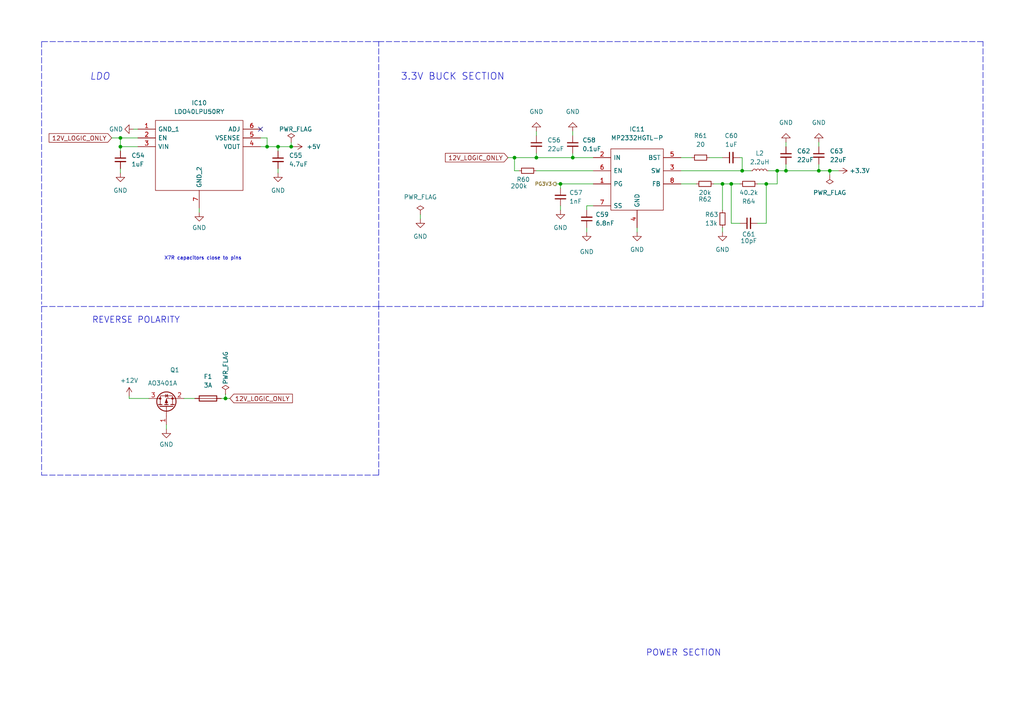
<source format=kicad_sch>
(kicad_sch (version 20211123) (generator eeschema)
  (paper "A4")
  (lib_symbols
    (symbol "Device:C_Small" (pin_numbers hide) (pin_names (offset 0.254) hide)
      (property "Reference" "C" (at 0.254 1.778 0))
      (property "Value" "C_Small" (at 0.254 -2.032 0))
      (symbol "C_Small_0_1"
        (polyline (pts (xy -1.524 -0.508) (xy 1.524 -0.508)) (stroke (width 0.3302)))
        (polyline (pts (xy -1.524 0.508) (xy 1.524 0.508)) (stroke (width 0.3048)))
      )
      (symbol "C_Small_1_1"
        (pin passive line (at 0 2.54 270) (length 2.032) (name "~") (number "1"))
        (pin passive line (at 0 -2.54 90) (length 2.032) (name "~") (number "2"))
      )
    )
    (symbol "Device:Fuse" (pin_numbers hide) (pin_names (offset 0))
      (property "Reference" "F" (at 2.032 0 90))
      (property "Value" "Fuse" (at -1.905 0 90))
      (symbol "Fuse_0_1"
        (rectangle (start -0.762 -2.54) (end 0.762 2.54) (stroke (width 0.254)))
        (polyline (pts (xy 0 2.54) (xy 0 -2.54)))
      )
      (symbol "Fuse_1_1"
        (pin passive line (at 0 3.81 270) (length 1.27) (name "~") (number "1"))
        (pin passive line (at 0 -3.81 90) (length 1.27) (name "~") (number "2"))
      )
    )
    (symbol "Device:L_Small" (pin_numbers hide) (pin_names (offset 0.254) hide)
      (property "Reference" "L" (at 0.762 1.016 0))
      (property "Value" "L_Small" (at 0.762 -1.016 0))
      (symbol "L_Small_0_1"
        (arc (start 0 -2.032) (mid 0.508 -1.524) (end 0 -1.016))
        (arc (start 0 -1.016) (mid 0.508 -0.508) (end 0 0))
        (arc (start 0 0) (mid 0.508 0.508) (end 0 1.016))
        (arc (start 0 1.016) (mid 0.508 1.524) (end 0 2.032))
      )
      (symbol "L_Small_1_1"
        (pin passive line (at 0 2.54 270) (length 0.508) (name "~") (number "1"))
        (pin passive line (at 0 -2.54 90) (length 0.508) (name "~") (number "2"))
      )
    )
    (symbol "Device:R_Small" (pin_numbers hide) (pin_names (offset 0.254) hide)
      (property "Reference" "R" (at 0.762 0.508 0))
      (property "Value" "R_Small" (at 0.762 -1.016 0))
      (symbol "R_Small_0_1"
        (rectangle (start -0.762 1.778) (end 0.762 -1.778) (stroke (width 0.2032)))
      )
      (symbol "R_Small_1_1"
        (pin passive line (at 0 2.54 270) (length 0.762) (name "~") (number "1"))
        (pin passive line (at 0 -2.54 90) (length 0.762) (name "~") (number "2"))
      )
    )
    (symbol "Transistor_FET:AO3401A" (pin_names hide)
      (property "Reference" "Q" (at 5.08 1.905 0))
      (property "Value" "AO3401A" (at 5.08 0 0))
      (symbol "AO3401A_0_1"
        (polyline (pts (xy 0.254 0) (xy -2.54 0)))
        (polyline (pts (xy 0.254 1.905) (xy 0.254 -1.905)) (stroke (width 0.254)))
        (polyline (pts (xy 0.762 -1.27) (xy 0.762 -2.286)) (stroke (width 0.254)))
        (polyline (pts (xy 0.762 0.508) (xy 0.762 -0.508)) (stroke (width 0.254)))
        (polyline (pts (xy 0.762 2.286) (xy 0.762 1.27)) (stroke (width 0.254)))
        (polyline (pts (xy 2.54 2.54) (xy 2.54 1.778)))
        (polyline (pts (xy 2.54 -2.54) (xy 2.54 0) (xy 0.762 0)))
        (polyline (pts (xy 0.762 1.778) (xy 3.302 1.778) (xy 3.302 -1.778) (xy 0.762 -1.778)))
        (polyline (pts (xy 2.286 0) (xy 1.27 0.381) (xy 1.27 -0.381) (xy 2.286 0)) (fill (type outline)))
        (polyline (pts (xy 2.794 -0.508) (xy 2.921 -0.381) (xy 3.683 -0.381) (xy 3.81 -0.254)))
        (polyline (pts (xy 3.302 -0.381) (xy 2.921 0.254) (xy 3.683 0.254) (xy 3.302 -0.381)))
        (circle (center 1.651 0) (radius 2.794) (stroke (width 0.254)))
        (circle (center 2.54 -1.778) (radius 0.254) (fill (type outline)))
        (circle (center 2.54 1.778) (radius 0.254) (fill (type outline)))
      )
      (symbol "AO3401A_1_1"
        (pin input line (at -5.08 0 0) (length 2.54) (name "G") (number "1"))
        (pin passive line (at 2.54 -5.08 90) (length 2.54) (name "S") (number "2"))
        (pin passive line (at 2.54 5.08 270) (length 2.54) (name "D") (number "3"))
      )
    )
    (symbol "pdms_additional:LDO40LPU50RY" (pin_names (offset 0.762))
      (property "Reference" "IC" (at 31.75 7.62 0))
      (property "Value" "LDO40LPU50RY" (at 31.75 5.08 0))
      (symbol "LDO40LPU50RY_0_0"
        (pin passive line (at 0 0 0) (length 5.08) (name "GND_1") (number "1"))
        (pin passive line (at 0 -2.54 0) (length 5.08) (name "EN") (number "2"))
        (pin passive line (at 0 -5.08 0) (length 5.08) (name "VIN") (number "3"))
        (pin passive line (at 35.56 -5.08 180) (length 5.08) (name "VOUT") (number "4"))
        (pin passive line (at 35.56 -2.54 180) (length 5.08) (name "VSENSE") (number "5"))
        (pin passive line (at 35.56 0 180) (length 5.08) (name "ADJ") (number "6"))
        (pin passive line (at 17.78 -22.86 90) (length 5.08) (name "GND_2") (number "7"))
      )
      (symbol "LDO40LPU50RY_0_1"
        (polyline (pts (xy 5.08 2.54) (xy 30.48 2.54) (xy 30.48 -17.78) (xy 5.08 -17.78) (xy 5.08 2.54)) (stroke (width 0.1524)))
      )
    )
    (symbol "pdms_additional:MP2332HGTL-P" (pin_names (offset 0.762))
      (property "Reference" "IC" (at 19.05 -36.83 0))
      (property "Value" "MP2332HGTL-P" (at 19.05 -39.37 0))
      (symbol "MP2332HGTL-P_0_0"
        (pin passive line (at 0 -7.62 0) (length 5.08) (name "PG") (number "1"))
        (pin passive line (at 0 0 0) (length 5.08) (name "IN") (number "2"))
        (pin passive line (at 25.4 -3.81 180) (length 5.08) (name "SW") (number "3"))
        (pin passive line (at 12.7 -20.32 90) (length 5.08) (name "GND") (number "4"))
        (pin passive line (at 25.4 0 180) (length 5.08) (name "BST") (number "5"))
        (pin passive line (at 0 -3.81 0) (length 5.08) (name "EN") (number "6"))
        (pin passive line (at 0 -13.97 0) (length 5.08) (name "SS") (number "7"))
        (pin passive line (at 25.4 -7.62 180) (length 5.08) (name "FB") (number "8"))
      )
      (symbol "MP2332HGTL-P_0_1"
        (polyline (pts (xy 5.08 2.54) (xy 20.32 2.54) (xy 20.32 -15.24) (xy 5.08 -15.24) (xy 5.08 2.54)) (stroke (width 0.1524)))
      )
    )
    (symbol "power:+12V" (power) (pin_names (offset 0))
      (property "Value" "+12V" (at 0 3.556 0))
      (symbol "+12V_0_1"
        (polyline (pts (xy -0.762 1.27) (xy 0 2.54)))
        (polyline (pts (xy 0 0) (xy 0 2.54)))
        (polyline (pts (xy 0 2.54) (xy 0.762 1.27)))
      )
      (symbol "+12V_1_1"
        (pin power_in line (at 0 0 90) (length 0) hide (name "+12V") (number "1"))
      )
    )
    (symbol "power:+3.3V" (power) (pin_names (offset 0))
      (property "Value" "+3.3V" (at 0 3.556 0))
      (symbol "+3.3V_0_1"
        (polyline (pts (xy -0.762 1.27) (xy 0 2.54)))
        (polyline (pts (xy 0 0) (xy 0 2.54)))
        (polyline (pts (xy 0 2.54) (xy 0.762 1.27)))
      )
      (symbol "+3.3V_1_1"
        (pin power_in line (at 0 0 90) (length 0) hide (name "+3.3V") (number "1"))
      )
    )
    (symbol "power:+5V" (power) (pin_names (offset 0))
      (property "Value" "+5V" (at 0 3.556 0))
      (symbol "+5V_0_1"
        (polyline (pts (xy -0.762 1.27) (xy 0 2.54)))
        (polyline (pts (xy 0 0) (xy 0 2.54)))
        (polyline (pts (xy 0 2.54) (xy 0.762 1.27)))
      )
      (symbol "+5V_1_1"
        (pin power_in line (at 0 0 90) (length 0) hide (name "+5V") (number "1"))
      )
    )
    (symbol "power:GND" (power) (pin_names (offset 0))
      (property "Value" "GND" (at 0 -3.81 0))
      (symbol "GND_0_1"
        (polyline (pts (xy 0 0) (xy 0 -1.27) (xy 1.27 -1.27) (xy 0 -2.54) (xy -1.27 -1.27) (xy 0 -1.27)))
      )
      (symbol "GND_1_1"
        (pin power_in line (at 0 0 270) (length 0) hide (name "GND") (number "1"))
      )
    )
    (symbol "power:PWR_FLAG" (power) (pin_numbers hide) (pin_names (offset 0) hide)
      (property "Value" "PWR_FLAG" (at 0 3.81 0))
      (symbol "PWR_FLAG_0_0"
        (pin power_out line (at 0 0 90) (length 0) (name "pwr") (number "1"))
      )
      (symbol "PWR_FLAG_0_1"
        (polyline (pts (xy 0 0) (xy 0 1.27) (xy -1.016 1.905) (xy 0 2.54) (xy 1.016 1.905) (xy 0 1.27)))
      )
    )
  )
  (junction (at 77.47 42.545))
  (junction (at 215.265 49.53))
  (junction (at 240.665 49.53))
  (junction (at 162.56 53.34))
  (junction (at 225.425 49.53))
  (junction (at 212.09 53.34))
  (junction (at 80.645 42.545))
  (junction (at 155.575 45.72))
  (junction (at 209.55 53.34))
  (junction (at 34.925 42.545))
  (junction (at 222.25 53.34))
  (junction (at 65.405 115.57))
  (junction (at 149.225 45.72))
  (junction (at 84.455 42.545))
  (junction (at 227.965 49.53))
  (junction (at 237.49 49.53))
  (junction (at 34.925 40.005))
  (junction (at 166.116 45.72))
  (no_connect (at 75.565 37.465))
  (wire (pts (xy 34.925 48.895) (xy 34.925 50.165)))
  (wire (pts (xy 40.005 37.465) (xy 38.735 37.465)))
  (wire (pts (xy 48.26 123.19) (xy 48.26 124.46)))
  (wire (pts (xy 75.565 40.005) (xy 77.47 40.005)))
  (wire (pts (xy 215.265 49.53) (xy 217.805 49.53)))
  (wire (pts (xy 225.425 49.53) (xy 227.965 49.53)))
  (wire (pts (xy 40.005 40.005) (xy 34.925 40.005)))
  (wire (pts (xy 84.455 42.545) (xy 85.09 42.545)))
  (wire (pts (xy 209.55 53.34) (xy 212.09 53.34)))
  (wire (pts (xy 84.455 41.275) (xy 84.455 42.545)))
  (wire (pts (xy 222.885 49.53) (xy 225.425 49.53)))
  (wire (pts (xy 75.565 42.545) (xy 77.47 42.545)))
  (wire (pts (xy 170.18 67.31) (xy 170.18 66.04)))
  (wire (pts (xy 32.385 40.005) (xy 34.925 40.005)))
  (wire (pts (xy 212.09 64.77) (xy 212.09 53.34)))
  (wire (pts (xy 161.29 53.34) (xy 162.56 53.34)))
  (wire (pts (xy 184.785 66.04) (xy 184.785 67.31)))
  (wire (pts (xy 222.25 53.34) (xy 225.425 53.34)))
  (wire (pts (xy 222.25 64.77) (xy 222.25 53.34)))
  (wire (pts (xy 80.645 48.895) (xy 80.645 50.165)))
  (wire (pts (xy 225.425 53.34) (xy 225.425 49.53)))
  (wire (pts (xy 227.965 41.275) (xy 227.965 42.545)))
  (wire (pts (xy 80.645 42.545) (xy 84.455 42.545)))
  (wire (pts (xy 227.965 49.53) (xy 227.965 47.625)))
  (wire (pts (xy 240.665 49.53) (xy 240.665 50.8)))
  (polyline (pts (xy 12.065 88.9) (xy 109.855 88.9)))
  (wire (pts (xy 166.116 45.72) (xy 172.085 45.72)))
  (wire (pts (xy 197.485 49.53) (xy 215.265 49.53)))
  (wire (pts (xy 155.575 38.1) (xy 155.575 39.37)))
  (wire (pts (xy 240.665 49.53) (xy 243.205 49.53)))
  (wire (pts (xy 80.645 42.545) (xy 80.645 43.815)))
  (wire (pts (xy 57.785 60.325) (xy 57.785 61.595)))
  (wire (pts (xy 209.55 66.04) (xy 209.55 67.31)))
  (wire (pts (xy 34.925 40.005) (xy 34.925 42.545)))
  (wire (pts (xy 214.63 64.77) (xy 212.09 64.77)))
  (wire (pts (xy 219.71 53.34) (xy 222.25 53.34)))
  (wire (pts (xy 155.575 45.72) (xy 166.116 45.72)))
  (wire (pts (xy 150.495 49.53) (xy 149.225 49.53)))
  (wire (pts (xy 197.485 53.34) (xy 201.93 53.34)))
  (wire (pts (xy 34.925 42.545) (xy 34.925 43.815)))
  (wire (pts (xy 37.465 115.57) (xy 43.18 115.57)))
  (wire (pts (xy 64.135 115.57) (xy 65.405 115.57)))
  (wire (pts (xy 77.47 40.005) (xy 77.47 42.545)))
  (wire (pts (xy 166.116 38.1) (xy 166.116 39.37)))
  (wire (pts (xy 65.405 114.3) (xy 65.405 115.57)))
  (wire (pts (xy 237.49 49.53) (xy 240.665 49.53)))
  (polyline (pts (xy 12.065 137.795) (xy 109.855 137.795)))
  (polyline (pts (xy 109.855 88.9) (xy 285.115 88.9)))
  (wire (pts (xy 209.55 53.34) (xy 209.55 60.96)))
  (polyline (pts (xy 109.855 12.065) (xy 12.065 12.065)))
  (wire (pts (xy 166.116 44.45) (xy 166.116 45.72)))
  (polyline (pts (xy 109.855 88.9) (xy 109.855 12.065)))
  (wire (pts (xy 227.965 49.53) (xy 237.49 49.53)))
  (polyline (pts (xy 109.855 137.795) (xy 109.855 88.9)))
  (wire (pts (xy 215.265 49.53) (xy 215.265 45.72)))
  (polyline (pts (xy 285.115 12.065) (xy 109.855 12.065)))
  (wire (pts (xy 214.63 45.72) (xy 215.265 45.72)))
  (wire (pts (xy 172.085 53.34) (xy 162.56 53.34)))
  (wire (pts (xy 149.225 49.53) (xy 149.225 45.72)))
  (wire (pts (xy 207.01 53.34) (xy 209.55 53.34)))
  (wire (pts (xy 212.09 53.34) (xy 214.63 53.34)))
  (wire (pts (xy 162.56 53.34) (xy 162.56 54.61)))
  (wire (pts (xy 170.18 60.96) (xy 170.18 59.69)))
  (wire (pts (xy 162.56 59.69) (xy 162.56 60.96)))
  (wire (pts (xy 147.32 45.72) (xy 149.225 45.72)))
  (wire (pts (xy 155.575 49.53) (xy 172.085 49.53)))
  (wire (pts (xy 237.49 41.275) (xy 237.49 42.545)))
  (wire (pts (xy 197.485 45.72) (xy 200.66 45.72)))
  (wire (pts (xy 77.47 42.545) (xy 80.645 42.545)))
  (polyline (pts (xy 12.065 12.065) (xy 12.065 88.265)))
  (wire (pts (xy 149.225 45.72) (xy 155.575 45.72)))
  (polyline (pts (xy 285.115 88.9) (xy 285.115 12.065)))
  (wire (pts (xy 121.92 62.23) (xy 121.92 63.5)))
  (polyline (pts (xy 12.065 88.9) (xy 12.065 137.795)))
  (wire (pts (xy 205.74 45.72) (xy 209.55 45.72)))
  (wire (pts (xy 40.005 42.545) (xy 34.925 42.545)))
  (wire (pts (xy 155.575 44.45) (xy 155.575 45.72)))
  (wire (pts (xy 170.18 59.69) (xy 172.085 59.69)))
  (wire (pts (xy 65.405 115.57) (xy 66.675 115.57)))
  (wire (pts (xy 53.34 115.57) (xy 56.515 115.57)))
  (wire (pts (xy 237.49 47.625) (xy 237.49 49.53)))
  (wire (pts (xy 219.71 64.77) (xy 222.25 64.77)))
  (wire (pts (xy 37.465 114.935) (xy 37.465 115.57)))
  (text "X7R capacitors close to pins" (at 47.625 75.565 0) (effects (font (size 1 1)) (justify left bottom)))
  (text "POWER SECTION" (at 187.325 190.5 0) (effects (font (size 1.8 1.8)) (justify left bottom)))
  (text "3.3V BUCK SECTION" (at 116.205 23.495 0) (effects (font (size 2 2)) (justify left bottom)))
  (text "LDO" (at 26.035 23.495 0) (effects (font (size 2 2) italic) (justify left bottom)))
  (text "REVERSE POLARITY" (at 26.67 93.98 0) (effects (font (size 1.8 1.8)) (justify left bottom)))
  (global_label "12V_LOGIC_ONLY" (shape input) (at 66.675 115.57 0) (property "Intersheet References" "${INTERSHEET_REFS}" (effects hide)))
  (global_label "12V_LOGIC_ONLY" (shape input) (at 147.32 45.72 180) (property "Intersheet References" "${INTERSHEET_REFS}" (effects hide)))
  (global_label "12V_LOGIC_ONLY" (shape input) (at 32.385 40.005 180) (property "Intersheet References" "${INTERSHEET_REFS}" (effects hide)))
  (hierarchical_label "PG3V3" (shape output) (at 161.29 53.34 180) (effects (font (size 1.016 1.016))))
  (symbol (lib_id "power:GND") (at 209.55 67.31 0) (unit 1)
    (property "Reference" "#PWR0276" (effects hide))
    (property "Value" "GND" (at 209.55 72.39 0))
  )
  (symbol (lib_id "power:GND") (at 34.925 50.165 0) (unit 1)
    (property "Reference" "#PWR0237" (effects hide))
    (property "Value" "GND" (at 34.925 55.245 0))
  )
  (symbol (lib_id "Device:C_Small") (at 166.116 41.91 0) (unit 1)
    (property "Reference" "C58" (at 168.91 40.6462 0) (effects (justify left)))
    (property "Value" "0.1uF" (at 168.91 43.1862 0) (effects (justify left)))
    (property "Footprint" "Resistor_SMD:R_0402_1005Metric" (effects hide))
  )
  (symbol (lib_id "power:GND") (at 38.735 37.465 270) (unit 1)
    (property "Reference" "#PWR0238" (effects hide))
    (property "Value" "GND" (at 33.655 37.465 90))
  )
  (symbol (lib_id "power:GND") (at 57.785 61.595 0) (unit 1)
    (property "Reference" "#PWR0236" (effects hide))
    (property "Value" "GND" (at 57.785 66.04 0))
  )
  (symbol (lib_id "Device:R_Small") (at 204.47 53.34 270) (mirror x) (unit 1)
    (property "Reference" "R62" (at 204.47 57.785 90))
    (property "Value" "20k" (at 204.47 55.88 90))
    (property "Footprint" "Resistor_SMD:R_0402_1005Metric" (effects hide))
  )
  (symbol (lib_id "power:GND") (at 166.116 38.1 180) (unit 1)
    (property "Reference" "#PWR0232" (effects hide))
    (property "Value" "GND" (at 166.116 32.385 0))
  )
  (symbol (lib_id "Device:R_Small") (at 203.2 45.72 90) (unit 1)
    (property "Reference" "R61" (at 203.2 39.37 90))
    (property "Value" "20" (at 203.2 41.91 90))
    (property "Footprint" "Resistor_SMD:R_0402_1005Metric" (effects hide))
  )
  (symbol (lib_id "power:GND") (at 155.575 38.1 180) (unit 1)
    (property "Reference" "#PWR0231" (effects hide))
    (property "Value" "GND" (at 155.575 32.385 0))
  )
  (symbol (lib_id "Transistor_FET:AO3401A") (at 48.26 118.11 90) (unit 1)
    (property "Reference" "Q1" (at 52.07 107.3151 90) (effects (justify left)))
    (property "Value" "AO3401A" (at 51.435 111.125 90) (effects (justify left)))
    (property "Footprint" "Package_TO_SOT_SMD:SOT-23" (effects hide))
    (property "Datasheet" "http://www.aosmd.com/pdfs/datasheet/AO3401A.pdf" (effects hide))
  )
  (symbol (lib_id "Device:R_Small") (at 217.17 53.34 270) (unit 1)
    (property "Reference" "R64" (at 217.17 58.42 90))
    (property "Value" "40.2k" (at 217.17 55.88 90))
    (property "Footprint" "Resistor_SMD:R_0402_1005Metric" (effects hide))
  )
  (symbol (lib_id "Device:C_Small") (at 34.925 46.355 0) (unit 1)
    (property "Reference" "C54" (at 38.1 45.0912 0) (effects (justify left)))
    (property "Value" "1uF" (at 38.1 47.6312 0) (effects (justify left)))
    (property "Footprint" "Capacitor_SMD:C_0805_2012Metric" (effects hide))
  )
  (symbol (lib_id "Device:C_Small") (at 227.965 45.085 0) (unit 1)
    (property "Reference" "C62" (at 231.14 43.8212 0) (effects (justify left)))
    (property "Value" "22uF" (at 231.14 46.3612 0) (effects (justify left)))
    (property "Footprint" "Resistor_SMD:R_0402_1005Metric" (effects hide))
  )
  (symbol (lib_id "power:+12V") (at 37.465 114.935 0) (unit 1)
    (property "Reference" "#PWR0251" (effects hide))
    (property "Value" "+12V" (at 37.465 110.363 0))
  )
  (symbol (lib_id "Device:Fuse") (at 60.325 115.57 270) (unit 1)
    (property "Reference" "F1" (at 60.325 109.22 90))
    (property "Value" "3A" (at 60.325 111.76 90))
    (property "Footprint" "Fuse:Fuse_0805_2012Metric" (effects hide))
  )
  (symbol (lib_id "power:GND") (at 80.645 50.165 0) (unit 1)
    (property "Reference" "#PWR0234" (effects hide))
    (property "Value" "GND" (at 80.645 55.245 0))
  )
  (symbol (lib_id "power:GND") (at 48.26 124.46 0) (unit 1)
    (property "Reference" "#PWR0240" (effects hide))
    (property "Value" "GND" (at 48.26 128.905 0))
  )
  (symbol (lib_id "pdms_additional:LDO40LPU50RY") (at 40.005 37.465 0) (unit 1)
    (property "Reference" "IC10" (at 57.785 29.845 0))
    (property "Value" "LDO40LPU50RY" (at 57.785 32.385 0))
    (property "Footprint" "PDMS_Additional:SON95P300X300X90-7N-D" (effects hide))
    (property "Datasheet" "https://componentsearchengine.com/Datasheets/1/LDO40LPU50RY.pdf" (effects hide))
    (property "Description" "LDO Voltage Regulators 400 mA, 38 V low-dropout regulator" (effects hide))
    (property "Height" "0.9" (effects hide))
    (property "Manufacturer_Name" "STMicroelectronics" (effects hide))
    (property "Manufacturer_Part_Number" "LDO40LPU50RY" (effects hide))
    (property "Mouser Part Number" "511-LDO40LPU50RY" (effects hide))
    (property "Mouser Price/Stock" "https://www.mouser.co.uk/ProductDetail/STMicroelectronics/LDO40LPU50RY?qs=qSfuJ%252Bfl%2Fd76TFu8P3XttQ%3D%3D" (effects hide))
    (property "Arrow Part Number" "LDO40LPU50RY" (effects hide))
    (property "Arrow Price/Stock" "https://www.arrow.com/en/products/ldo40lpu50ry/stmicroelectronics?region=nac" (effects hide))
  )
  (symbol (lib_id "Device:R_Small") (at 153.035 49.53 270) (unit 1)
    (property "Reference" "R60" (at 151.765 52.07 90))
    (property "Value" "200k" (at 150.495 53.975 90))
    (property "Footprint" "Resistor_SMD:R_0402_1005Metric" (effects hide))
  )
  (symbol (lib_id "power:+5V") (at 85.09 42.545 270) (unit 1)
    (property "Reference" "#PWR0235" (effects hide))
    (property "Value" "+5V" (at 88.9 42.5449 90) (effects (justify left)))
  )
  (symbol (lib_id "Device:C_Small") (at 217.17 64.77 90) (unit 1)
    (property "Reference" "C61" (at 217.17 67.945 90))
    (property "Value" "10pF" (at 217.17 69.85 90))
    (property "Footprint" "Resistor_SMD:R_0402_1005Metric" (effects hide))
  )
  (symbol (lib_id "power:GND") (at 227.965 41.275 180) (unit 1)
    (property "Reference" "#PWR0241" (effects hide))
    (property "Value" "GND" (at 227.965 35.56 0))
  )
  (symbol (lib_id "power:GND") (at 121.92 63.5 0) (unit 1)
    (property "Reference" "#PWR0320" (effects hide))
    (property "Value" "GND" (at 121.92 68.58 0))
  )
  (symbol (lib_id "power:GND") (at 237.49 41.275 180) (unit 1)
    (property "Reference" "#PWR0242" (effects hide))
    (property "Value" "GND" (at 237.49 35.56 0))
  )
  (symbol (lib_id "pdms_additional:MP2332HGTL-P") (at 172.085 45.72 0) (unit 1)
    (property "Reference" "IC11" (at 184.785 37.465 0))
    (property "Value" "MP2332HGTL-P" (at 184.785 40.005 0))
    (property "Footprint" "PDMS_Additional:SOTFL50P160X60-8N" (effects hide))
    (property "Datasheet" "https://eu.mouser.com/datasheet/2/277/MP2332H-1624281.pdf" (effects hide))
    (property "Description" "Switching Voltage Regulators High-Efficiency, 2A, 18V, 1200kHz, Synchronous, Step-Down Converter" (effects hide))
    (property "Height" "0.6" (effects hide))
    (property "Manufacturer_Name" "Monolithic Power Systems (MPS)" (effects hide))
    (property "Manufacturer_Part_Number" "MP2332HGTL-P" (effects hide))
    (property "Mouser Part Number" "946-MP2332HGTL-P" (effects hide))
    (property "Mouser Price/Stock" "https://www.mouser.co.uk/ProductDetail/Monolithic-Power-Systems-MPS/MP2332HGTL-P?qs=%252B6g0mu59x7LDoxfvqJ695A%3D%3D" (effects hide))
  )
  (symbol (lib_id "power:PWR_FLAG") (at 121.92 62.23 0) (unit 1)
    (property "Reference" "#FLG0101" (effects hide))
    (property "Value" "PWR_FLAG" (at 121.92 57.15 0))
  )
  (symbol (lib_id "Device:R_Small") (at 209.55 63.5 0) (unit 1)
    (property "Reference" "R63" (at 204.47 62.23 0) (effects (justify left)))
    (property "Value" "13k" (at 204.47 64.77 0) (effects (justify left)))
    (property "Footprint" "Resistor_SMD:R_0402_1005Metric" (effects hide))
  )
  (symbol (lib_id "power:+3.3V") (at 243.205 49.53 270) (unit 1)
    (property "Reference" "#PWR0243" (effects hide))
    (property "Value" "+3.3V" (at 246.38 49.5299 90) (effects (justify left)))
  )
  (symbol (lib_id "Device:C_Small") (at 237.49 45.085 0) (unit 1)
    (property "Reference" "C63" (at 240.665 43.8212 0) (effects (justify left)))
    (property "Value" "22uF" (at 240.665 46.3612 0) (effects (justify left)))
    (property "Footprint" "Resistor_SMD:R_0402_1005Metric" (effects hide))
  )
  (symbol (lib_id "Device:C_Small") (at 162.56 57.15 180) (unit 1)
    (property "Reference" "C57" (at 165.1 55.8735 0) (effects (justify right)))
    (property "Value" "1nF" (at 165.1 58.4135 0) (effects (justify right)))
    (property "Footprint" "Resistor_SMD:R_0402_1005Metric" (effects hide))
  )
  (symbol (lib_id "Device:C_Small") (at 170.18 63.5 180) (unit 1)
    (property "Reference" "C59" (at 172.72 62.2235 0) (effects (justify right)))
    (property "Value" "6.8nF" (at 172.72 64.7635 0) (effects (justify right)))
    (property "Footprint" "Resistor_SMD:R_0402_1005Metric" (effects hide))
  )
  (symbol (lib_id "power:GND") (at 162.56 60.96 0) (unit 1)
    (property "Reference" "#PWR0246" (effects hide))
    (property "Value" "GND" (at 162.56 66.04 0))
  )
  (symbol (lib_id "power:PWR_FLAG") (at 84.455 41.275 0) (unit 1)
    (property "Reference" "#FLG0103" (effects hide))
    (property "Value" "PWR_FLAG" (at 85.725 37.465 0))
  )
  (symbol (lib_id "power:PWR_FLAG") (at 240.665 50.8 180) (unit 1)
    (property "Reference" "#FLG0104" (effects hide))
    (property "Value" "PWR_FLAG" (at 240.665 55.88 0))
  )
  (symbol (lib_id "Device:L_Small") (at 220.345 49.53 90) (unit 1)
    (property "Reference" "L2" (at 220.345 44.45 90))
    (property "Value" "2.2uH" (at 220.345 46.99 90))
    (property "Footprint" "Inductor_SMD:L_Vishay_IHLP-1616" (effects hide))
  )
  (symbol (lib_id "Device:C_Small") (at 80.645 46.355 0) (unit 1)
    (property "Reference" "C55" (at 83.82 45.0912 0) (effects (justify left)))
    (property "Value" "4.7uF" (at 83.82 47.6312 0) (effects (justify left)))
    (property "Footprint" "Capacitor_SMD:C_0603_1608Metric" (effects hide))
  )
  (symbol (lib_id "power:GND") (at 184.785 67.31 0) (unit 1)
    (property "Reference" "#PWR0248" (effects hide))
    (property "Value" "GND" (at 184.785 72.39 0))
  )
  (symbol (lib_id "power:PWR_FLAG") (at 65.405 114.3 0) (unit 1)
    (property "Reference" "#FLG0102" (effects hide))
    (property "Value" "PWR_FLAG" (at 65.405 106.68 90))
  )
  (symbol (lib_id "Device:C_Small") (at 212.09 45.72 90) (unit 1)
    (property "Reference" "C60" (at 212.0963 39.37 90))
    (property "Value" "1uF" (at 212.0963 41.91 90))
    (property "Footprint" "Resistor_SMD:R_0402_1005Metric" (effects hide))
  )
  (symbol (lib_id "Device:C_Small") (at 155.575 41.91 0) (unit 1)
    (property "Reference" "C56" (at 158.75 40.6462 0) (effects (justify left)))
    (property "Value" "22uF" (at 158.75 43.1862 0) (effects (justify left)))
    (property "Footprint" "Capacitor_SMD:C_0805_2012Metric" (effects hide))
  )
  (symbol (lib_id "power:GND") (at 170.18 67.31 0) (unit 1)
    (property "Reference" "#PWR0245" (effects hide))
    (property "Value" "GND" (at 170.18 73.025 0))
  )
)
</source>
